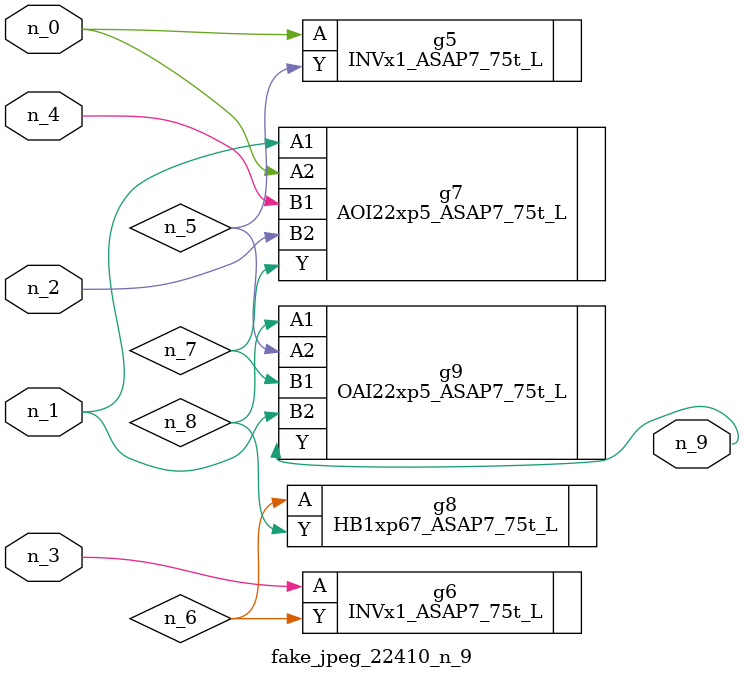
<source format=v>
module fake_jpeg_22410_n_9 (n_3, n_2, n_1, n_0, n_4, n_9);

input n_3;
input n_2;
input n_1;
input n_0;
input n_4;

output n_9;

wire n_8;
wire n_6;
wire n_5;
wire n_7;

INVx1_ASAP7_75t_L g5 ( 
.A(n_0),
.Y(n_5)
);

INVx1_ASAP7_75t_L g6 ( 
.A(n_3),
.Y(n_6)
);

AOI22xp5_ASAP7_75t_L g7 ( 
.A1(n_1),
.A2(n_0),
.B1(n_4),
.B2(n_2),
.Y(n_7)
);

HB1xp67_ASAP7_75t_L g8 ( 
.A(n_6),
.Y(n_8)
);

OAI22xp5_ASAP7_75t_L g9 ( 
.A1(n_8),
.A2(n_5),
.B1(n_7),
.B2(n_1),
.Y(n_9)
);


endmodule
</source>
